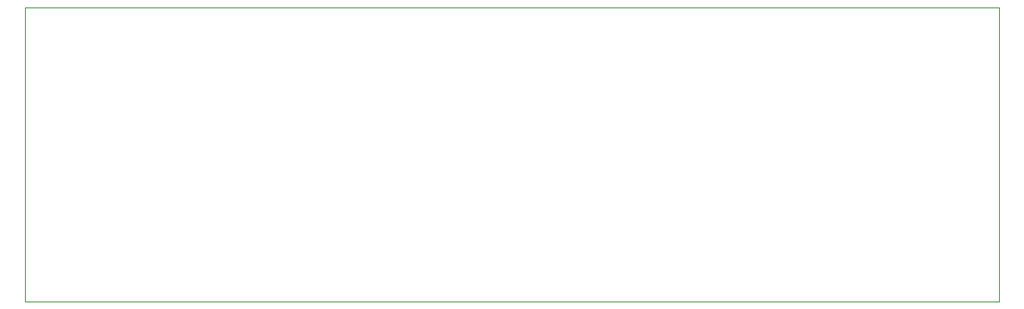
<source format=gbr>
%TF.GenerationSoftware,KiCad,Pcbnew,(6.0.7)*%
%TF.CreationDate,2023-03-01T01:03:30+09:00*%
%TF.ProjectId,airdata,61697264-6174-4612-9e6b-696361645f70,rev?*%
%TF.SameCoordinates,Original*%
%TF.FileFunction,Profile,NP*%
%FSLAX46Y46*%
G04 Gerber Fmt 4.6, Leading zero omitted, Abs format (unit mm)*
G04 Created by KiCad (PCBNEW (6.0.7)) date 2023-03-01 01:03:30*
%MOMM*%
%LPD*%
G01*
G04 APERTURE LIST*
%TA.AperFunction,Profile*%
%ADD10C,0.100000*%
%TD*%
G04 APERTURE END LIST*
D10*
X198120000Y-116300000D02*
X99060000Y-116300000D01*
X99060000Y-116300000D02*
X99060000Y-86360000D01*
X99060000Y-86360000D02*
X198120000Y-86360000D01*
X198120000Y-86360000D02*
X198120000Y-116300000D01*
M02*

</source>
